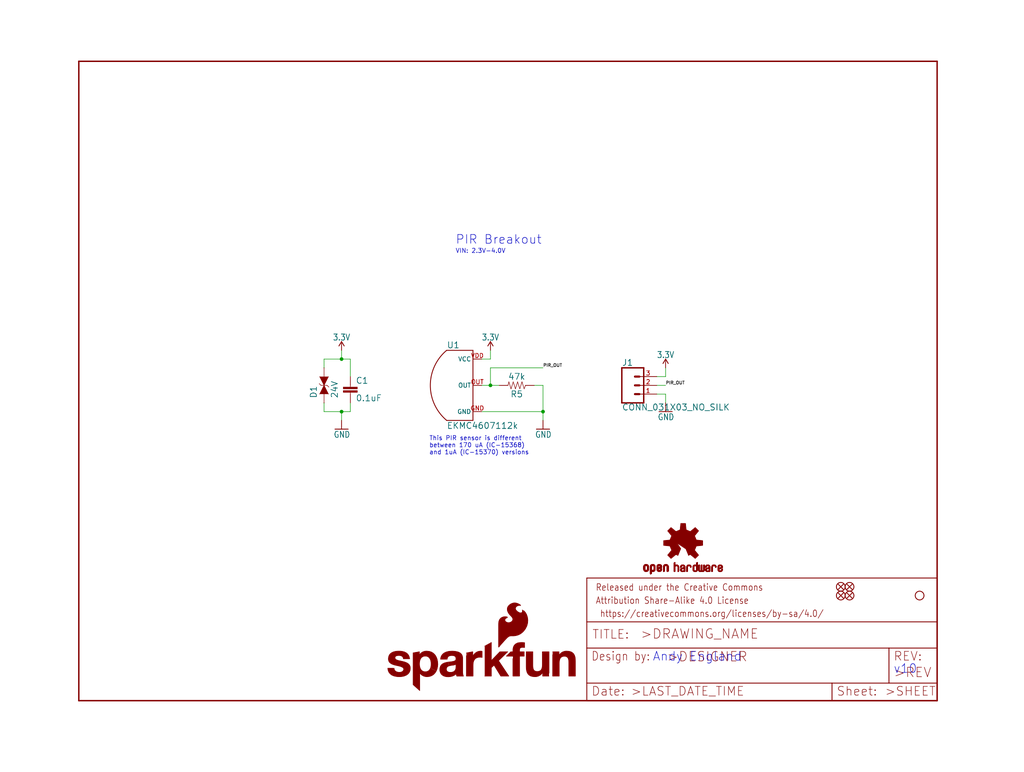
<source format=kicad_sch>
(kicad_sch (version 20211123) (generator eeschema)
  (paper "User" 297.002 223.926)
  (lib_symbols
    (symbol "eagleSchem-eagle-import:0.1UF-0603-25V-(+80{slash}-20%)"
      (property "Reference" "C" (at 1.524 2.921 0))
      (property "Value" "0.1UF-0603-25V-(+80{slash}-20%)" (at 1.524 -2.159 0))
      (symbol "0.1UF-0603-25V-(+80{slash}-20%)_1_0"
        (pin passive line (at 0 5.08 270) (length 2.54) (name "1") (number "1"))
        (pin passive line (at 0 -2.54 90) (length 2.54) (name "2") (number "2"))
      )
    )
    (symbol "eagleSchem-eagle-import:3.3V" (power)
      (property "Value" "3.3V" (at 0 2.794 0))
      (symbol "3.3V_1_0"
        (pin power_in line (at 0 0 90) (length 2.54) (name "3.3V") (number "1"))
      )
    )
    (symbol "eagleSchem-eagle-import:47KOHM-0603-1{slash}10W-1%"
      (property "Reference" "R" (at 0 1.524 0))
      (property "Value" "47KOHM-0603-1{slash}10W-1%" (at 0 -1.524 0))
      (symbol "47KOHM-0603-1{slash}10W-1%_1_0"
        (pin passive line (at -5.08 0 0) (length 2.54) (name "1") (number "1"))
        (pin passive line (at 5.08 0 180) (length 2.54) (name "2") (number "2"))
      )
    )
    (symbol "eagleSchem-eagle-import:CONN_031X03_NO_SILK"
      (property "Reference" "J" (at -2.54 5.588 0))
      (property "Value" "CONN_031X03_NO_SILK" (at -2.54 -7.366 0))
      (symbol "CONN_031X03_NO_SILK_1_0"
        (pin passive line (at 7.62 -2.54 180) (length 5.08) (name "1") (number "1"))
        (pin passive line (at 7.62 0 180) (length 5.08) (name "2") (number "2"))
        (pin passive line (at 7.62 2.54 180) (length 5.08) (name "3") (number "3"))
      )
    )
    (symbol "eagleSchem-eagle-import:DIODE_TVS"
      (property "Reference" "D" (at -3.81 2.032 0))
      (property "Value" "DIODE_TVS" (at -3.81 -2.032 0))
      (symbol "DIODE_TVS_1_0"
        (pin passive line (at -5.08 0 0) (length 0) (name "A") (number "1"))
        (pin passive line (at 5.08 0 180) (length 0) (name "C") (number "2"))
      )
    )
    (symbol "eagleSchem-eagle-import:FIDUCIALUFIDUCIAL")
    (symbol "eagleSchem-eagle-import:FRAME-LETTER"
      (symbol "FRAME-LETTER_2_0"
        (text " https://creativecommons.org/licenses/by-sa/4.0/" (at 2.54 24.13 0) (effects (font (size 1.9304 1.6408)) (justify left bottom)))
        (text ">DESIGNER" (at 23.114 11.176 0) (effects (font (size 2.7432 2.7432)) (justify left bottom)))
        (text ">DRAWING_NAME" (at 15.494 17.78 0) (effects (font (size 2.7432 2.7432)) (justify left bottom)))
        (text ">LAST_DATE_TIME" (at 12.7 1.27 0) (effects (font (size 2.54 2.54)) (justify left bottom)))
        (text ">REV" (at 88.9 6.604 0) (effects (font (size 2.7432 2.7432)) (justify left bottom)))
        (text ">SHEET" (at 86.36 1.27 0) (effects (font (size 2.54 2.54)) (justify left bottom)))
        (text "Attribution Share-Alike 4.0 License" (at 2.54 27.94 0) (effects (font (size 1.9304 1.6408)) (justify left bottom)))
        (text "Date:" (at 1.27 1.27 0) (effects (font (size 2.54 2.54)) (justify left bottom)))
        (text "Design by:" (at 1.27 11.43 0) (effects (font (size 2.54 2.159)) (justify left bottom)))
        (text "Released under the Creative Commons" (at 2.54 31.75 0) (effects (font (size 1.9304 1.6408)) (justify left bottom)))
        (text "REV:" (at 88.9 11.43 0) (effects (font (size 2.54 2.54)) (justify left bottom)))
        (text "Sheet:" (at 72.39 1.27 0) (effects (font (size 2.54 2.54)) (justify left bottom)))
        (text "TITLE:" (at 1.524 17.78 0) (effects (font (size 2.54 2.54)) (justify left bottom)))
      )
    )
    (symbol "eagleSchem-eagle-import:GND" (power)
      (property "Value" "GND" (at -2.54 -2.54 0))
      (symbol "GND_1_0"
        (pin power_in line (at 0 2.54 270) (length 2.54) (name "GND") (number "1"))
      )
    )
    (symbol "eagleSchem-eagle-import:OSHW-LOGOMINI")
    (symbol "eagleSchem-eagle-import:PIR_EKM4607112K"
      (property "Reference" "U" (at -2.54 10.668 0))
      (property "Value" "PIR_EKM4607112K" (at -2.54 -12.7 0))
      (symbol "PIR_EKM4607112K_1_0"
        (pin bidirectional line (at 7.62 -7.62 180) (length 2.54) (name "GND") (number "GND"))
        (pin bidirectional line (at 7.62 0 180) (length 2.54) (name "OUT") (number "OUT"))
        (pin bidirectional line (at 7.62 7.62 180) (length 2.54) (name "VCC") (number "VDD"))
      )
    )
    (symbol "eagleSchem-eagle-import:SFE_LOGO_FLAME.1_INCH")
    (symbol "eagleSchem-eagle-import:SFE_LOGO_NAME_FLAME.1_INCH")
    (symbol "eagleSchem-eagle-import:STAND-OFF")
  )
  (junction (at 99.06 104.14))
  (junction (at 99.06 119.38))
  (junction (at 157.48 119.38))
  (junction (at 142.24 111.76))
  (wire (pts (xy 144.78 111.76) (xy 142.24 111.76)))
  (wire (pts (xy 101.6 109.22) (xy 101.6 104.14)))
  (wire (pts (xy 99.06 104.14) (xy 93.98 104.14)))
  (wire (pts (xy 99.06 119.38) (xy 99.06 121.92)))
  (wire (pts (xy 157.48 119.38) (xy 157.48 111.76)))
  (wire (pts (xy 142.24 104.14) (xy 142.24 101.6)))
  (wire (pts (xy 190.5 114.3) (xy 193.04 114.3)))
  (wire (pts (xy 93.98 119.38) (xy 99.06 119.38)))
  (wire (pts (xy 99.06 119.38) (xy 101.6 119.38)))
  (wire (pts (xy 93.98 104.14) (xy 93.98 106.68)))
  (wire (pts (xy 93.98 116.84) (xy 93.98 119.38)))
  (wire (pts (xy 101.6 104.14) (xy 99.06 104.14)))
  (wire (pts (xy 190.5 111.76) (xy 193.04 111.76)))
  (wire (pts (xy 139.7 104.14) (xy 142.24 104.14)))
  (wire (pts (xy 139.7 119.38) (xy 157.48 119.38)))
  (wire (pts (xy 193.04 109.22) (xy 193.04 106.68)))
  (wire (pts (xy 142.24 111.76) (xy 139.7 111.76)))
  (wire (pts (xy 142.24 111.76) (xy 142.24 106.68)))
  (wire (pts (xy 193.04 114.3) (xy 193.04 116.84)))
  (wire (pts (xy 142.24 106.68) (xy 157.48 106.68)))
  (wire (pts (xy 99.06 104.14) (xy 99.06 101.6)))
  (wire (pts (xy 101.6 119.38) (xy 101.6 116.84)))
  (wire (pts (xy 157.48 111.76) (xy 154.94 111.76)))
  (wire (pts (xy 190.5 109.22) (xy 193.04 109.22)))
  (wire (pts (xy 157.48 119.38) (xy 157.48 121.92)))
  (text "PIR Breakout" (at 132.08 71.12 180) (effects (font (size 2.54 2.54)) (justify left bottom)))
  (text "VIN: 2.3V-4.0V" (at 132.08 73.66 180) (effects (font (size 1.27 1.27)) (justify left bottom)))
  (text "This PIR sensor is different\nbetween 170 uA (IC-15368)\nand 1uA (IC-15370) versions" (at 124.46 132.08 0) (effects (font (size 1.27 1.27)) (justify left bottom)))
  (text "v10" (at 259.08 195.58 180) (effects (font (size 2.54 2.54)) (justify left bottom)))
  (text "Andy England" (at 189.23 192.024 180) (effects (font (size 2.54 2.54)) (justify left bottom)))
  (label "PIR_OUT" (at 193.04 111.76 0) (effects (font (size 0.889 0.889))))
  (label "PIR_OUT" (at 157.48 106.68 0) (effects (font (size 0.889 0.889))))
  (symbol (lib_id "eagleSchem-eagle-import:GND") (at 99.06 124.46 0) (mirror y) (unit 1)
    (property "Reference" "#GND3" (effects hide))
    (property "Value" "GND" (at 101.6 127 0) (effects (font (size 1.778 1.5113)) (justify left bottom)))
    (property "Footprint" "eagleSchem:" (effects hide))
  )
  (symbol (lib_id "eagleSchem-eagle-import:FRAME-LETTER") (at 22.86 203.2 0) (unit 1)
    (property "Reference" "FRAME1" (effects hide))
    (property "Value" "FRAME-LETTER" (effects hide))
    (property "Footprint" "eagleSchem:CREATIVE_COMMONS" (effects hide))
  )
  (symbol (lib_id "eagleSchem-eagle-import:DIODE_TVS") (at 93.98 111.76 90) (unit 1)
    (property "Reference" "D1" (at 91.948 115.57 0) (effects (font (size 1.778 1.778)) (justify left bottom)))
    (property "Value" "24V" (at 96.012 115.57 0) (effects (font (size 1.778 1.778)) (justify left top)))
    (property "Footprint" "eagleSchem:0603" (effects hide))
  )
  (symbol (lib_id "eagleSchem-eagle-import:3.3V") (at 193.04 106.68 0) (unit 1)
    (property "Reference" "#SUPPLY2" (effects hide))
    (property "Value" "3.3V" (at 193.04 103.886 0) (effects (font (size 1.778 1.5113)) (justify bottom)))
    (property "Footprint" "eagleSchem:" (effects hide))
  )
  (symbol (lib_id "eagleSchem-eagle-import:SFE_LOGO_NAME_FLAME.1_INCH") (at 111.76 200.66 0) (unit 1)
    (property "Reference" "LOGO3" (effects hide))
    (property "Value" "SFE_LOGO_NAME_FLAME.1_INCH" (effects hide))
    (property "Footprint" "eagleSchem:SFE_LOGO_NAME_FLAME_.1" (effects hide))
  )
  (symbol (lib_id "eagleSchem-eagle-import:CONN_031X03_NO_SILK") (at 182.88 111.76 0) (unit 1)
    (property "Reference" "J1" (at 180.34 106.172 0) (effects (font (size 1.778 1.778)) (justify left bottom)))
    (property "Value" "CONN_031X03_NO_SILK" (at 180.34 119.126 0) (effects (font (size 1.778 1.778)) (justify left bottom)))
    (property "Footprint" "eagleSchem:1X03_NO_SILK" (effects hide))
  )
  (symbol (lib_id "eagleSchem-eagle-import:FIDUCIALUFIDUCIAL") (at 246.38 172.72 0) (unit 1)
    (property "Reference" "JP9" (effects hide))
    (property "Value" "FIDUCIALUFIDUCIAL" (effects hide))
    (property "Footprint" "eagleSchem:MICRO-FIDUCIAL" (effects hide))
  )
  (symbol (lib_id "eagleSchem-eagle-import:0.1UF-0603-25V-(+80{slash}-20%)") (at 101.6 114.3 0) (unit 1)
    (property "Reference" "C1" (at 103.124 111.379 0) (effects (font (size 1.778 1.778)) (justify left bottom)))
    (property "Value" "0.1uF" (at 103.124 116.459 0) (effects (font (size 1.778 1.778)) (justify left bottom)))
    (property "Footprint" "eagleSchem:0603" (effects hide))
  )
  (symbol (lib_id "eagleSchem-eagle-import:STAND-OFF") (at 266.7 172.72 0) (unit 1)
    (property "Reference" "H1" (effects hide))
    (property "Value" "STAND-OFF" (effects hide))
    (property "Footprint" "eagleSchem:STAND-OFF" (effects hide))
  )
  (symbol (lib_id "eagleSchem-eagle-import:OSHW-LOGOMINI") (at 198.12 157.48 0) (unit 1)
    (property "Reference" "LOGO1" (effects hide))
    (property "Value" "OSHW-LOGOMINI" (effects hide))
    (property "Footprint" "eagleSchem:OSHW-LOGO-MINI" (effects hide))
  )
  (symbol (lib_id "eagleSchem-eagle-import:FIDUCIALUFIDUCIAL") (at 246.38 170.18 0) (unit 1)
    (property "Reference" "JP6" (effects hide))
    (property "Value" "FIDUCIALUFIDUCIAL" (effects hide))
    (property "Footprint" "eagleSchem:MICRO-FIDUCIAL" (effects hide))
  )
  (symbol (lib_id "eagleSchem-eagle-import:PIR_EKM4607112K") (at 132.08 111.76 0) (unit 1)
    (property "Reference" "U1" (at 129.54 101.092 0) (effects (font (size 1.778 1.778)) (justify left bottom)))
    (property "Value" "EKMC4607112k" (at 129.54 124.46 0) (effects (font (size 1.778 1.778)) (justify left bottom)))
    (property "Footprint" "eagleSchem:TO-3" (effects hide))
  )
  (symbol (lib_id "eagleSchem-eagle-import:GND") (at 193.04 119.38 0) (mirror y) (unit 1)
    (property "Reference" "#GND1" (effects hide))
    (property "Value" "GND" (at 195.58 121.92 0) (effects (font (size 1.778 1.5113)) (justify left bottom)))
    (property "Footprint" "eagleSchem:" (effects hide))
  )
  (symbol (lib_id "eagleSchem-eagle-import:3.3V") (at 142.24 101.6 0) (unit 1)
    (property "Reference" "#SUPPLY1" (effects hide))
    (property "Value" "3.3V" (at 142.24 98.806 0) (effects (font (size 1.778 1.5113)) (justify bottom)))
    (property "Footprint" "eagleSchem:" (effects hide))
  )
  (symbol (lib_id "eagleSchem-eagle-import:3.3V") (at 99.06 101.6 0) (unit 1)
    (property "Reference" "#SUPPLY3" (effects hide))
    (property "Value" "3.3V" (at 99.06 98.806 0) (effects (font (size 1.778 1.5113)) (justify bottom)))
    (property "Footprint" "eagleSchem:" (effects hide))
  )
  (symbol (lib_id "eagleSchem-eagle-import:FIDUCIALUFIDUCIAL") (at 243.84 172.72 0) (unit 1)
    (property "Reference" "JP8" (effects hide))
    (property "Value" "FIDUCIALUFIDUCIAL" (effects hide))
    (property "Footprint" "eagleSchem:MICRO-FIDUCIAL" (effects hide))
  )
  (symbol (lib_id "eagleSchem-eagle-import:GND") (at 157.48 124.46 0) (mirror y) (unit 1)
    (property "Reference" "#GND2" (effects hide))
    (property "Value" "GND" (at 160.02 127 0) (effects (font (size 1.778 1.5113)) (justify left bottom)))
    (property "Footprint" "eagleSchem:" (effects hide))
  )
  (symbol (lib_id "eagleSchem-eagle-import:FIDUCIALUFIDUCIAL") (at 243.84 170.18 0) (unit 1)
    (property "Reference" "JP2" (effects hide))
    (property "Value" "FIDUCIALUFIDUCIAL" (effects hide))
    (property "Footprint" "eagleSchem:MICRO-FIDUCIAL" (effects hide))
  )
  (symbol (lib_id "eagleSchem-eagle-import:SFE_LOGO_FLAME.1_INCH") (at 144.272 188.214 0) (unit 1)
    (property "Reference" "LOGO4" (effects hide))
    (property "Value" "SFE_LOGO_FLAME.1_INCH" (effects hide))
    (property "Footprint" "eagleSchem:SFE_LOGO_FLAME_.1" (effects hide))
  )
  (symbol (lib_id "eagleSchem-eagle-import:47KOHM-0603-1{slash}10W-1%") (at 149.86 111.76 180) (unit 1)
    (property "Reference" "R5" (at 149.86 113.284 0) (effects (font (size 1.778 1.778)) (justify bottom)))
    (property "Value" "47k" (at 149.86 110.236 0) (effects (font (size 1.778 1.778)) (justify top)))
    (property "Footprint" "eagleSchem:0603" (effects hide))
  )
  (symbol (lib_id "eagleSchem-eagle-import:FRAME-LETTER") (at 170.18 203.2 0) (unit 2)
    (property "Reference" "FRAME1" (effects hide))
    (property "Value" "FRAME-LETTER" (effects hide))
    (property "Footprint" "eagleSchem:CREATIVE_COMMONS" (effects hide))
  )
)
</source>
